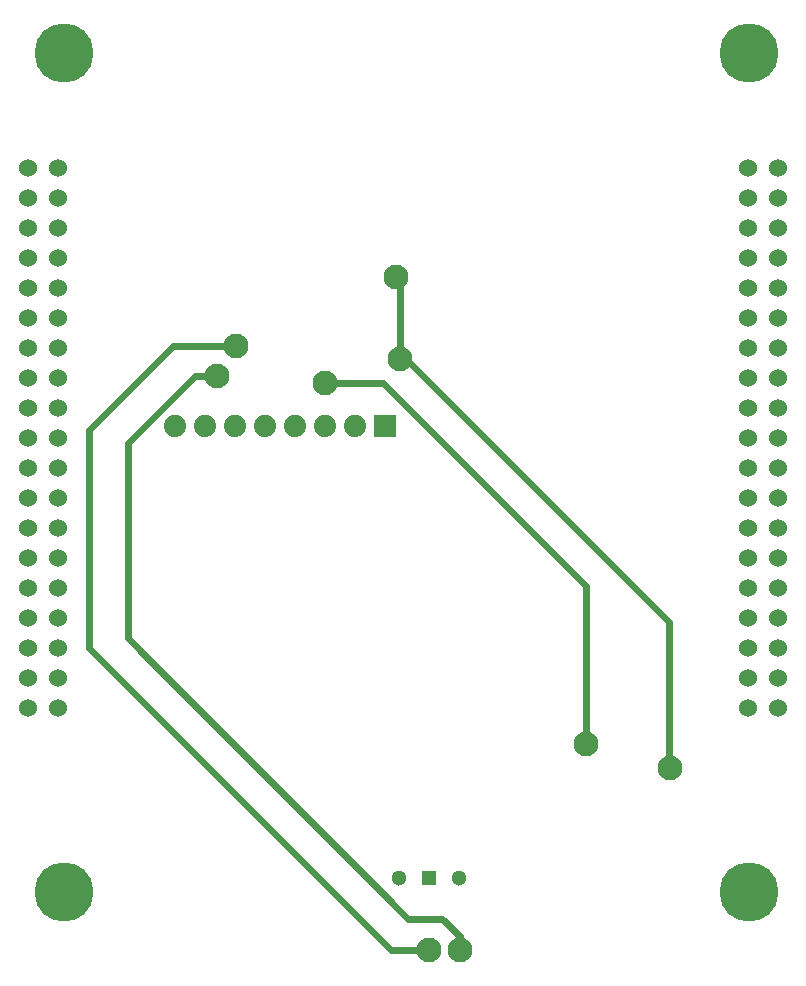
<source format=gbr>
%TF.GenerationSoftware,KiCad,Pcbnew,9.0.2*%
%TF.CreationDate,2025-05-16T17:18:38+02:00*%
%TF.ProjectId,PCB_accueil_STM,5043425f-6163-4637-9565-696c5f53544d,rev?*%
%TF.SameCoordinates,Original*%
%TF.FileFunction,Copper,L1,Top*%
%TF.FilePolarity,Positive*%
%FSLAX46Y46*%
G04 Gerber Fmt 4.6, Leading zero omitted, Abs format (unit mm)*
G04 Created by KiCad (PCBNEW 9.0.2) date 2025-05-16 17:18:38*
%MOMM*%
%LPD*%
G01*
G04 APERTURE LIST*
%TA.AperFunction,ComponentPad*%
%ADD10C,1.524000*%
%TD*%
%TA.AperFunction,WasherPad*%
%ADD11C,5.000000*%
%TD*%
%TA.AperFunction,ComponentPad*%
%ADD12R,1.300000X1.300000*%
%TD*%
%TA.AperFunction,ComponentPad*%
%ADD13C,1.300000*%
%TD*%
%TA.AperFunction,ComponentPad*%
%ADD14R,1.879600X1.879600*%
%TD*%
%TA.AperFunction,ComponentPad*%
%ADD15C,1.879600*%
%TD*%
%TA.AperFunction,ViaPad*%
%ADD16C,2.100000*%
%TD*%
%TA.AperFunction,Conductor*%
%ADD17C,0.600000*%
%TD*%
G04 APERTURE END LIST*
D10*
%TO.P,CN7,1,I2C3_SDA/PB11*%
%TO.N,unconnected-(CN7-I2C3_SDA{slash}PB11-Pad1)*%
X123016000Y-70980000D03*
%TO.P,CN7,2,PB2*%
%TO.N,unconnected-(CN7-PB2-Pad2)*%
X125556000Y-70980000D03*
%TO.P,CN7,3,PC5*%
%TO.N,unconnected-(CN7-PC5-Pad3)*%
X123016000Y-73520000D03*
%TO.P,CN7,4,PE4*%
%TO.N,unconnected-(CN7-PE4-Pad4)*%
X125556000Y-73520000D03*
%TO.P,CN7,5,VCC*%
%TO.N,unconnected-(CN7-VCC-Pad5)*%
X123016000Y-76060000D03*
%TO.P,CN7,6,5V_EXT*%
%TO.N,unconnected-(CN7-5V_EXT-Pad6)*%
X125556000Y-76060000D03*
%TO.P,CN7,7,BOOT0*%
%TO.N,unconnected-(CN7-BOOT0-Pad7)*%
X123016000Y-78600000D03*
%TO.P,CN7,8,GND*%
%TO.N,GND*%
X125556000Y-78600000D03*
%TO.P,CN7,9*%
%TO.N,unconnected-(CN7-Pad9)*%
X123016000Y-81140000D03*
%TO.P,CN7,10*%
%TO.N,unconnected-(CN7-Pad10)*%
X125556000Y-81140000D03*
%TO.P,CN7,11*%
%TO.N,unconnected-(CN7-Pad11)*%
X123016000Y-83680000D03*
%TO.P,CN7,12,IOREF*%
%TO.N,unconnected-(CN7-IOREF-Pad12)*%
X125556000Y-83680000D03*
%TO.P,CN7,13,PA13*%
%TO.N,unconnected-(CN7-PA13-Pad13)*%
X123016000Y-86220000D03*
%TO.P,CN7,14,NRST*%
%TO.N,unconnected-(CN7-NRST-Pad14)*%
X125556000Y-86220000D03*
%TO.P,CN7,15,PA14*%
%TO.N,unconnected-(CN7-PA14-Pad15)*%
X123016000Y-88760000D03*
%TO.P,CN7,16,3V3*%
%TO.N,+3V3*%
X125556000Y-88760000D03*
%TO.P,CN7,17*%
%TO.N,unconnected-(CN7-Pad17)*%
X123016000Y-91300000D03*
%TO.P,CN7,18,5V*%
%TO.N,VBAT*%
X125556000Y-91300000D03*
%TO.P,CN7,19,GND*%
%TO.N,unconnected-(CN7-GND-Pad19)*%
X123016000Y-93840000D03*
%TO.P,CN7,20,GND*%
%TO.N,GND2*%
X125556000Y-93840000D03*
%TO.P,CN7,21*%
%TO.N,unconnected-(CN7-Pad21)*%
X123016000Y-96380000D03*
%TO.P,CN7,22*%
%TO.N,unconnected-(CN7-Pad22)*%
X125556000Y-96380000D03*
%TO.P,CN7,23*%
%TO.N,unconnected-(CN7-Pad23)*%
X123016000Y-98920000D03*
%TO.P,CN7,24,VIN*%
%TO.N,unconnected-(CN7-VIN-Pad24)*%
X125556000Y-98920000D03*
%TO.P,CN7,25,PC14*%
%TO.N,unconnected-(CN7-PC14-Pad25)*%
X123016000Y-101460000D03*
%TO.P,CN7,26*%
%TO.N,unconnected-(CN7-Pad26)*%
X125556000Y-101460000D03*
%TO.P,CN7,27,PC15*%
%TO.N,unconnected-(CN7-PC15-Pad27)*%
X123016000Y-104000000D03*
%TO.P,CN7,28,I2C3_SCL/PC0*%
%TO.N,unconnected-(CN7-I2C3_SCL{slash}PC0-Pad28)*%
X125556000Y-104000000D03*
%TO.P,CN7,29,OSC_IN*%
%TO.N,unconnected-(CN7-OSC_IN-Pad29)*%
X123016000Y-106540000D03*
%TO.P,CN7,30,I2C3_SDA/PC1*%
%TO.N,unconnected-(CN7-I2C3_SDA{slash}PC1-Pad30)*%
X125556000Y-106540000D03*
%TO.P,CN7,31,OSC_OUT*%
%TO.N,unconnected-(CN7-OSC_OUT-Pad31)*%
X123016000Y-109080000D03*
%TO.P,CN7,32,PA1*%
%TO.N,unconnected-(CN7-PA1-Pad32)*%
X125556000Y-109080000D03*
%TO.P,CN7,33,VBAT*%
%TO.N,unconnected-(CN7-VBAT-Pad33)*%
X123016000Y-111620000D03*
%TO.P,CN7,34,PA0*%
%TO.N,unconnected-(CN7-PA0-Pad34)*%
X125556000Y-111620000D03*
%TO.P,CN7,35*%
%TO.N,unconnected-(CN7-Pad35)*%
X123016000Y-114160000D03*
%TO.P,CN7,36,PC3*%
%TO.N,unconnected-(CN7-PC3-Pad36)*%
X125556000Y-114160000D03*
%TO.P,CN7,37*%
%TO.N,unconnected-(CN7-Pad37)*%
X123016000Y-116700000D03*
%TO.P,CN7,38,PC2*%
%TO.N,/temoin_connexion_bas*%
X125556000Y-116700000D03*
%TD*%
%TO.P,CN10,1,PC4*%
%TO.N,unconnected-(CN10-PC4-Pad1)*%
X183976000Y-70980000D03*
%TO.P,CN10,2*%
%TO.N,unconnected-(CN10-Pad2)*%
X186516000Y-70980000D03*
%TO.P,CN10,3,I2C1_SCL/PB8*%
%TO.N,/I2C_SCL*%
X183976000Y-73520000D03*
%TO.P,CN10,4,I2C3_SDA/PB4*%
%TO.N,unconnected-(CN10-I2C3_SDA{slash}PB4-Pad4)*%
X186516000Y-73520000D03*
%TO.P,CN10,5,I2C1_SDA/PB9*%
%TO.N,/I2C_SDA*%
X183976000Y-76060000D03*
%TO.P,CN10,6,PB7*%
%TO.N,unconnected-(CN10-PB7-Pad6)*%
X186516000Y-76060000D03*
%TO.P,CN10,7,AVDD*%
%TO.N,unconnected-(CN10-AVDD-Pad7)*%
X183976000Y-78600000D03*
%TO.P,CN10,8,5V_USB*%
%TO.N,unconnected-(CN10-5V_USB-Pad8)*%
X186516000Y-78600000D03*
%TO.P,CN10,9,GND*%
%TO.N,GND3*%
X183976000Y-81140000D03*
%TO.P,CN10,10*%
%TO.N,unconnected-(CN10-Pad10)*%
X186516000Y-81140000D03*
%TO.P,CN10,11,PA5*%
%TO.N,/temoin_connexion_haut*%
X183976000Y-83680000D03*
%TO.P,CN10,12*%
%TO.N,unconnected-(CN10-Pad12)*%
X186516000Y-83680000D03*
%TO.P,CN10,13,PA6*%
%TO.N,/INT_LOW_BAT*%
X183976000Y-86220000D03*
%TO.P,CN10,14*%
%TO.N,unconnected-(CN10-Pad14)*%
X186516000Y-86220000D03*
%TO.P,CN10,15,I2C3_SCL/PA7*%
%TO.N,unconnected-(CN10-I2C3_SCL{slash}PA7-Pad15)*%
X183976000Y-88760000D03*
%TO.P,CN10,16,PB12*%
%TO.N,unconnected-(CN10-PB12-Pad16)*%
X186516000Y-88760000D03*
%TO.P,CN10,17,PA4*%
%TO.N,unconnected-(CN10-PA4-Pad17)*%
X183976000Y-91300000D03*
%TO.P,CN10,18*%
%TO.N,unconnected-(CN10-Pad18)*%
X186516000Y-91300000D03*
%TO.P,CN10,19,I2C1_SCL/PA9*%
%TO.N,unconnected-(CN10-I2C1_SCL{slash}PA9-Pad19)*%
X183976000Y-93840000D03*
%TO.P,CN10,20,GND*%
%TO.N,unconnected-(CN10-GND-Pad20)*%
X186516000Y-93840000D03*
%TO.P,CN10,21,PC12*%
%TO.N,unconnected-(CN10-PC12-Pad21)*%
X183976000Y-96380000D03*
%TO.P,CN10,22,LED2/PB0*%
%TO.N,unconnected-(CN10-LED2{slash}PB0-Pad22)*%
X186516000Y-96380000D03*
%TO.P,CN10,23,PC13*%
%TO.N,unconnected-(CN10-PC13-Pad23)*%
X183976000Y-98920000D03*
%TO.P,CN10,24,LED3/PB1*%
%TO.N,unconnected-(CN10-LED3{slash}PB1-Pad24)*%
X186516000Y-98920000D03*
%TO.P,CN10,25,PA8*%
%TO.N,unconnected-(CN10-PA8-Pad25)*%
X183976000Y-101460000D03*
%TO.P,CN10,26,PB15*%
%TO.N,unconnected-(CN10-PB15-Pad26)*%
X186516000Y-101460000D03*
%TO.P,CN10,27,PA15*%
%TO.N,unconnected-(CN10-PA15-Pad27)*%
X183976000Y-104000000D03*
%TO.P,CN10,28,I2C3_SDA/PB14*%
%TO.N,unconnected-(CN10-I2C3_SDA{slash}PB14-Pad28)*%
X186516000Y-104000000D03*
%TO.P,CN10,29,PC10*%
%TO.N,unconnected-(CN10-PC10-Pad29)*%
X183976000Y-106540000D03*
%TO.P,CN10,30,I2C3_SCL/PB13*%
%TO.N,unconnected-(CN10-I2C3_SCL{slash}PB13-Pad30)*%
X186516000Y-106540000D03*
%TO.P,CN10,31,I2C1_SDA/PA10*%
%TO.N,unconnected-(CN10-I2C1_SDA{slash}PA10-Pad31)*%
X183976000Y-109080000D03*
%TO.P,CN10,32,AGND*%
%TO.N,unconnected-(CN10-AGND-Pad32)*%
X186516000Y-109080000D03*
%TO.P,CN10,33,PC6*%
%TO.N,unconnected-(CN10-PC6-Pad33)*%
X183976000Y-111620000D03*
%TO.P,CN10,34,PB6*%
%TO.N,unconnected-(CN10-PB6-Pad34)*%
X186516000Y-111620000D03*
%TO.P,CN10,35,PA2*%
%TO.N,unconnected-(CN10-PA2-Pad35)*%
X183976000Y-114160000D03*
%TO.P,CN10,36,PD0*%
%TO.N,unconnected-(CN10-PD0-Pad36)*%
X186516000Y-114160000D03*
%TO.P,CN10,37,PA3*%
%TO.N,unconnected-(CN10-PA3-Pad37)*%
X183976000Y-116700000D03*
%TO.P,CN10,38,PD1*%
%TO.N,unconnected-(CN10-PD1-Pad38)*%
X186516000Y-116700000D03*
%TD*%
D11*
%TO.P,1PIN,*%
%TO.N,*%
X126016000Y-132200000D03*
%TD*%
%TO.P,1PIN,*%
%TO.N,*%
X184016000Y-132200000D03*
%TD*%
D12*
%TO.P,S1,1,COM*%
%TO.N,Net-(J3-Pin_7)*%
X156972000Y-131064000D03*
D13*
%TO.P,S1,2,NO*%
%TO.N,Net-(D1-A)*%
X159512000Y-131064000D03*
%TO.P,S1,3,NC*%
%TO.N,unconnected-(S1-NC-Pad3)*%
X154432000Y-131064000D03*
%TD*%
D11*
%TO.P,1PIN,*%
%TO.N,*%
X184016000Y-61200000D03*
%TD*%
D14*
%TO.P,J3,1,Pin_1*%
%TO.N,unconnected-(J3-Pin_1-Pad1)*%
X153212800Y-92798900D03*
D15*
%TO.P,J3,2,Pin_2*%
%TO.N,+3V3*%
X150672800Y-92798900D03*
%TO.P,J3,3,Pin_3*%
%TO.N,/I2C_SDA*%
X148132800Y-92798900D03*
%TO.P,J3,4,Pin_4*%
%TO.N,/I2C_SCL*%
X145592800Y-92798900D03*
%TO.P,J3,5,Pin_5*%
%TO.N,/INT_LOW_BAT*%
X143052800Y-92798900D03*
%TO.P,J3,6,Pin_6*%
%TO.N,unconnected-(J3-Pin_6-Pad6)*%
X140512800Y-92798900D03*
%TO.P,J3,7,Pin_7*%
%TO.N,Net-(J3-Pin_7)*%
X137972800Y-92798900D03*
%TO.P,J3,8,Pin_8*%
%TO.N,GND2*%
X135432800Y-92798900D03*
%TD*%
D11*
%TO.P,1PIN,*%
%TO.N,*%
X126016000Y-61195600D03*
%TD*%
D16*
%TO.N,+3V3*%
X154152600Y-80137000D03*
X177368200Y-121742200D03*
X154508200Y-87143200D03*
%TO.N,/I2C_SDA*%
X170230800Y-119710200D03*
X148158200Y-89154000D03*
%TO.N,Net-(J3-Pin_7)*%
X156962487Y-137161903D03*
X140614400Y-86000200D03*
%TO.N,Net-(D1-A)*%
X159562489Y-137159962D03*
X138963400Y-88595200D03*
%TD*%
D17*
%TO.N,+3V3*%
X154508200Y-86588600D02*
X177266600Y-109347000D01*
X154152600Y-80137000D02*
X154508200Y-80492600D01*
X154508200Y-80492600D02*
X154508200Y-86588600D01*
X177266600Y-109347000D02*
X177266600Y-121640600D01*
X154508200Y-86588600D02*
X154508200Y-87143200D01*
X177266600Y-121640600D02*
X177368200Y-121742200D01*
%TO.N,/I2C_SDA*%
X148158200Y-89154000D02*
X153085600Y-89154000D01*
X170230800Y-106299200D02*
X170230800Y-119710200D01*
X153085600Y-89154000D02*
X170230800Y-106299200D01*
%TO.N,Net-(J3-Pin_7)*%
X140614400Y-86000200D02*
X135308816Y-86000200D01*
X128151800Y-111616400D02*
X153697303Y-137161903D01*
X128151800Y-93157216D02*
X128151800Y-111616400D01*
X156960584Y-137160000D02*
X156962487Y-137161903D01*
X153697303Y-137161903D02*
X156962487Y-137161903D01*
X135308816Y-86000200D02*
X128151800Y-93157216D01*
%TO.N,Net-(D1-A)*%
X158089600Y-134493000D02*
X159562489Y-135965889D01*
X137115816Y-88595200D02*
X131466393Y-94244623D01*
X138963400Y-88595200D02*
X137115816Y-88595200D01*
X131466393Y-94244623D02*
X131466393Y-110765393D01*
X155194000Y-134493000D02*
X158089600Y-134493000D01*
X131466393Y-110765393D02*
X155194000Y-134493000D01*
X159562489Y-135965889D02*
X159562489Y-137159962D01*
%TD*%
M02*

</source>
